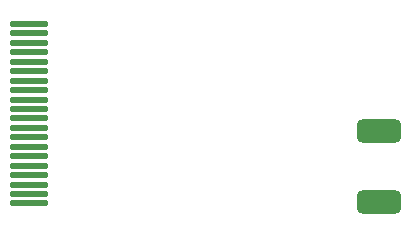
<source format=gbr>
%TF.GenerationSoftware,Altium Limited,Altium Designer,24.8.2 (39)*%
G04 Layer_Color=255*
%FSLAX45Y45*%
%MOMM*%
%TF.SameCoordinates,B03309B8-0E9A-45A2-8570-9956D1A1A338*%
%TF.FilePolarity,Positive*%
%TF.FileFunction,Pads,Bot*%
%TF.Part,CustomerPanel*%
G01*
G75*
%TA.AperFunction,ConnectorPad*%
G04:AMPARAMS|DCode=23|XSize=2mm|YSize=3.8mm|CornerRadius=0.5mm|HoleSize=0mm|Usage=FLASHONLY|Rotation=270.000|XOffset=0mm|YOffset=0mm|HoleType=Round|Shape=RoundedRectangle|*
%AMROUNDEDRECTD23*
21,1,2.00000,2.80000,0,0,270.0*
21,1,1.00000,3.80000,0,0,270.0*
1,1,1.00000,-1.40000,-0.50000*
1,1,1.00000,-1.40000,0.50000*
1,1,1.00000,1.40000,0.50000*
1,1,1.00000,1.40000,-0.50000*
%
%ADD23ROUNDEDRECTD23*%
%TA.AperFunction,SMDPad,CuDef*%
G04:AMPARAMS|DCode=35|XSize=3.2mm|YSize=0.5mm|CornerRadius=0.125mm|HoleSize=0mm|Usage=FLASHONLY|Rotation=0.000|XOffset=0mm|YOffset=0mm|HoleType=Round|Shape=RoundedRectangle|*
%AMROUNDEDRECTD35*
21,1,3.20000,0.25000,0,0,0.0*
21,1,2.95000,0.50000,0,0,0.0*
1,1,0.25000,1.47500,-0.12500*
1,1,0.25000,-1.47500,-0.12500*
1,1,0.25000,-1.47500,0.12500*
1,1,0.25000,1.47500,0.12500*
%
%ADD35ROUNDEDRECTD35*%
D23*
X4264997Y2349994D02*
D03*
Y1749995D02*
D03*
D35*
X1299998Y3259994D02*
D03*
Y3019994D02*
D03*
Y3099994D02*
D03*
Y3179994D02*
D03*
Y2859995D02*
D03*
Y2939995D02*
D03*
Y2779995D02*
D03*
Y2699995D02*
D03*
Y2619995D02*
D03*
Y2539995D02*
D03*
Y2459996D02*
D03*
Y2379996D02*
D03*
Y2299996D02*
D03*
Y2219996D02*
D03*
Y2139996D02*
D03*
Y2059996D02*
D03*
Y1979997D02*
D03*
Y1899997D02*
D03*
Y1819997D02*
D03*
Y1739997D02*
D03*
%TF.MD5,a1518cd6595c4c188b90fa07a338b31f*%
M02*

</source>
